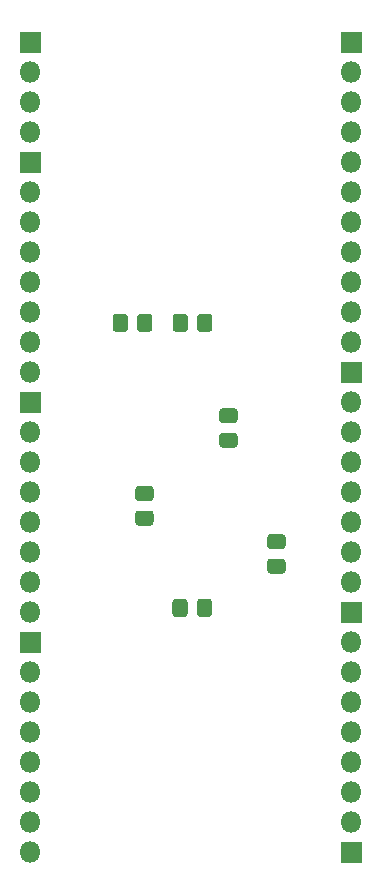
<source format=gbr>
G04 #@! TF.GenerationSoftware,KiCad,Pcbnew,5.1.7-a382d34a8~87~ubuntu20.04.1*
G04 #@! TF.CreationDate,2020-10-24T08:36:22+02:00*
G04 #@! TF.ProjectId,xmega_adapter_board,786d6567-615f-4616-9461-707465725f62,1.2.1*
G04 #@! TF.SameCoordinates,Original*
G04 #@! TF.FileFunction,Soldermask,Bot*
G04 #@! TF.FilePolarity,Negative*
%FSLAX46Y46*%
G04 Gerber Fmt 4.6, Leading zero omitted, Abs format (unit mm)*
G04 Created by KiCad (PCBNEW 5.1.7-a382d34a8~87~ubuntu20.04.1) date 2020-10-24 08:36:22*
%MOMM*%
%LPD*%
G01*
G04 APERTURE LIST*
%ADD10O,1.802000X1.802000*%
G04 APERTURE END LIST*
G36*
G01*
X197004000Y-90674298D02*
X197004000Y-89665702D01*
G75*
G02*
X197275702Y-89394000I271702J0D01*
G01*
X198009298Y-89394000D01*
G75*
G02*
X198281000Y-89665702I0J-271702D01*
G01*
X198281000Y-90674298D01*
G75*
G02*
X198009298Y-90946000I-271702J0D01*
G01*
X197275702Y-90946000D01*
G75*
G02*
X197004000Y-90674298I0J271702D01*
G01*
G37*
G36*
G01*
X194929000Y-90674298D02*
X194929000Y-89665702D01*
G75*
G02*
X195200702Y-89394000I271702J0D01*
G01*
X195934298Y-89394000D01*
G75*
G02*
X196206000Y-89665702I0J-271702D01*
G01*
X196206000Y-90674298D01*
G75*
G02*
X195934298Y-90946000I-271702J0D01*
G01*
X195200702Y-90946000D01*
G75*
G02*
X194929000Y-90674298I0J271702D01*
G01*
G37*
G36*
G01*
X201286000Y-89665702D02*
X201286000Y-90674298D01*
G75*
G02*
X201014298Y-90946000I-271702J0D01*
G01*
X200280702Y-90946000D01*
G75*
G02*
X200009000Y-90674298I0J271702D01*
G01*
X200009000Y-89665702D01*
G75*
G02*
X200280702Y-89394000I271702J0D01*
G01*
X201014298Y-89394000D01*
G75*
G02*
X201286000Y-89665702I0J-271702D01*
G01*
G37*
G36*
G01*
X203361000Y-89665702D02*
X203361000Y-90674298D01*
G75*
G02*
X203089298Y-90946000I-271702J0D01*
G01*
X202355702Y-90946000D01*
G75*
G02*
X202084000Y-90674298I0J271702D01*
G01*
X202084000Y-89665702D01*
G75*
G02*
X202355702Y-89394000I271702J0D01*
G01*
X203089298Y-89394000D01*
G75*
G02*
X203361000Y-89665702I0J-271702D01*
G01*
G37*
G36*
G01*
X205228298Y-98670000D02*
X204219702Y-98670000D01*
G75*
G02*
X203948000Y-98398298I0J271702D01*
G01*
X203948000Y-97664702D01*
G75*
G02*
X204219702Y-97393000I271702J0D01*
G01*
X205228298Y-97393000D01*
G75*
G02*
X205500000Y-97664702I0J-271702D01*
G01*
X205500000Y-98398298D01*
G75*
G02*
X205228298Y-98670000I-271702J0D01*
G01*
G37*
G36*
G01*
X205228298Y-100745000D02*
X204219702Y-100745000D01*
G75*
G02*
X203948000Y-100473298I0J271702D01*
G01*
X203948000Y-99739702D01*
G75*
G02*
X204219702Y-99468000I271702J0D01*
G01*
X205228298Y-99468000D01*
G75*
G02*
X205500000Y-99739702I0J-271702D01*
G01*
X205500000Y-100473298D01*
G75*
G02*
X205228298Y-100745000I-271702J0D01*
G01*
G37*
G36*
G01*
X209292298Y-109329000D02*
X208283702Y-109329000D01*
G75*
G02*
X208012000Y-109057298I0J271702D01*
G01*
X208012000Y-108323702D01*
G75*
G02*
X208283702Y-108052000I271702J0D01*
G01*
X209292298Y-108052000D01*
G75*
G02*
X209564000Y-108323702I0J-271702D01*
G01*
X209564000Y-109057298D01*
G75*
G02*
X209292298Y-109329000I-271702J0D01*
G01*
G37*
G36*
G01*
X209292298Y-111404000D02*
X208283702Y-111404000D01*
G75*
G02*
X208012000Y-111132298I0J271702D01*
G01*
X208012000Y-110398702D01*
G75*
G02*
X208283702Y-110127000I271702J0D01*
G01*
X209292298Y-110127000D01*
G75*
G02*
X209564000Y-110398702I0J-271702D01*
G01*
X209564000Y-111132298D01*
G75*
G02*
X209292298Y-111404000I-271702J0D01*
G01*
G37*
G36*
G01*
X201268000Y-113795702D02*
X201268000Y-114804298D01*
G75*
G02*
X200996298Y-115076000I-271702J0D01*
G01*
X200262702Y-115076000D01*
G75*
G02*
X199991000Y-114804298I0J271702D01*
G01*
X199991000Y-113795702D01*
G75*
G02*
X200262702Y-113524000I271702J0D01*
G01*
X200996298Y-113524000D01*
G75*
G02*
X201268000Y-113795702I0J-271702D01*
G01*
G37*
G36*
G01*
X203343000Y-113795702D02*
X203343000Y-114804298D01*
G75*
G02*
X203071298Y-115076000I-271702J0D01*
G01*
X202337702Y-115076000D01*
G75*
G02*
X202066000Y-114804298I0J271702D01*
G01*
X202066000Y-113795702D01*
G75*
G02*
X202337702Y-113524000I271702J0D01*
G01*
X203071298Y-113524000D01*
G75*
G02*
X203343000Y-113795702I0J-271702D01*
G01*
G37*
G36*
G01*
X198116298Y-105256000D02*
X197107702Y-105256000D01*
G75*
G02*
X196836000Y-104984298I0J271702D01*
G01*
X196836000Y-104250702D01*
G75*
G02*
X197107702Y-103979000I271702J0D01*
G01*
X198116298Y-103979000D01*
G75*
G02*
X198388000Y-104250702I0J-271702D01*
G01*
X198388000Y-104984298D01*
G75*
G02*
X198116298Y-105256000I-271702J0D01*
G01*
G37*
G36*
G01*
X198116298Y-107331000D02*
X197107702Y-107331000D01*
G75*
G02*
X196836000Y-107059298I0J271702D01*
G01*
X196836000Y-106325702D01*
G75*
G02*
X197107702Y-106054000I271702J0D01*
G01*
X198116298Y-106054000D01*
G75*
G02*
X198388000Y-106325702I0J-271702D01*
G01*
X198388000Y-107059298D01*
G75*
G02*
X198116298Y-107331000I-271702J0D01*
G01*
G37*
D10*
X215138000Y-74041000D03*
X215138000Y-71501000D03*
X215138000Y-68961000D03*
G36*
G01*
X216039000Y-65571000D02*
X216039000Y-67271000D01*
G75*
G02*
X215988000Y-67322000I-51000J0D01*
G01*
X214288000Y-67322000D01*
G75*
G02*
X214237000Y-67271000I0J51000D01*
G01*
X214237000Y-65571000D01*
G75*
G02*
X214288000Y-65520000I51000J0D01*
G01*
X215988000Y-65520000D01*
G75*
G02*
X216039000Y-65571000I0J-51000D01*
G01*
G37*
X187960000Y-74041000D03*
X187960000Y-71501000D03*
X187960000Y-68961000D03*
G36*
G01*
X188861000Y-65571000D02*
X188861000Y-67271000D01*
G75*
G02*
X188810000Y-67322000I-51000J0D01*
G01*
X187110000Y-67322000D01*
G75*
G02*
X187059000Y-67271000I0J51000D01*
G01*
X187059000Y-65571000D01*
G75*
G02*
X187110000Y-65520000I51000J0D01*
G01*
X188810000Y-65520000D01*
G75*
G02*
X188861000Y-65571000I0J-51000D01*
G01*
G37*
G36*
G01*
X188861000Y-75731000D02*
X188861000Y-77431000D01*
G75*
G02*
X188810000Y-77482000I-51000J0D01*
G01*
X187110000Y-77482000D01*
G75*
G02*
X187059000Y-77431000I0J51000D01*
G01*
X187059000Y-75731000D01*
G75*
G02*
X187110000Y-75680000I51000J0D01*
G01*
X188810000Y-75680000D01*
G75*
G02*
X188861000Y-75731000I0J-51000D01*
G01*
G37*
X187960000Y-79121000D03*
X187960000Y-81661000D03*
X187960000Y-84201000D03*
X187960000Y-86741000D03*
X187960000Y-89281000D03*
X187960000Y-91821000D03*
X187960000Y-94361000D03*
X187960000Y-114681000D03*
X187960000Y-112141000D03*
X187960000Y-109601000D03*
X187960000Y-107061000D03*
X187960000Y-104521000D03*
X187960000Y-101981000D03*
X187960000Y-99441000D03*
G36*
G01*
X188861000Y-96051000D02*
X188861000Y-97751000D01*
G75*
G02*
X188810000Y-97802000I-51000J0D01*
G01*
X187110000Y-97802000D01*
G75*
G02*
X187059000Y-97751000I0J51000D01*
G01*
X187059000Y-96051000D01*
G75*
G02*
X187110000Y-96000000I51000J0D01*
G01*
X188810000Y-96000000D01*
G75*
G02*
X188861000Y-96051000I0J-51000D01*
G01*
G37*
G36*
G01*
X188861000Y-116371000D02*
X188861000Y-118071000D01*
G75*
G02*
X188810000Y-118122000I-51000J0D01*
G01*
X187110000Y-118122000D01*
G75*
G02*
X187059000Y-118071000I0J51000D01*
G01*
X187059000Y-116371000D01*
G75*
G02*
X187110000Y-116320000I51000J0D01*
G01*
X188810000Y-116320000D01*
G75*
G02*
X188861000Y-116371000I0J-51000D01*
G01*
G37*
X187960000Y-119761000D03*
X187960000Y-122301000D03*
X187960000Y-124841000D03*
X187960000Y-127381000D03*
X187960000Y-129921000D03*
X187960000Y-132461000D03*
X187960000Y-135001000D03*
X215138000Y-117221000D03*
X215138000Y-119761000D03*
X215138000Y-122301000D03*
X215138000Y-124841000D03*
X215138000Y-127381000D03*
X215138000Y-129921000D03*
X215138000Y-132461000D03*
G36*
G01*
X214237000Y-135851000D02*
X214237000Y-134151000D01*
G75*
G02*
X214288000Y-134100000I51000J0D01*
G01*
X215988000Y-134100000D01*
G75*
G02*
X216039000Y-134151000I0J-51000D01*
G01*
X216039000Y-135851000D01*
G75*
G02*
X215988000Y-135902000I-51000J0D01*
G01*
X214288000Y-135902000D01*
G75*
G02*
X214237000Y-135851000I0J51000D01*
G01*
G37*
G36*
G01*
X214237000Y-115531000D02*
X214237000Y-113831000D01*
G75*
G02*
X214288000Y-113780000I51000J0D01*
G01*
X215988000Y-113780000D01*
G75*
G02*
X216039000Y-113831000I0J-51000D01*
G01*
X216039000Y-115531000D01*
G75*
G02*
X215988000Y-115582000I-51000J0D01*
G01*
X214288000Y-115582000D01*
G75*
G02*
X214237000Y-115531000I0J51000D01*
G01*
G37*
X215138000Y-112141000D03*
X215138000Y-109601000D03*
X215138000Y-107061000D03*
X215138000Y-104521000D03*
X215138000Y-101981000D03*
X215138000Y-99441000D03*
X215138000Y-96901000D03*
X215138000Y-76581000D03*
X215138000Y-79121000D03*
X215138000Y-81661000D03*
X215138000Y-84201000D03*
X215138000Y-86741000D03*
X215138000Y-89281000D03*
X215138000Y-91821000D03*
G36*
G01*
X214237000Y-95211000D02*
X214237000Y-93511000D01*
G75*
G02*
X214288000Y-93460000I51000J0D01*
G01*
X215988000Y-93460000D01*
G75*
G02*
X216039000Y-93511000I0J-51000D01*
G01*
X216039000Y-95211000D01*
G75*
G02*
X215988000Y-95262000I-51000J0D01*
G01*
X214288000Y-95262000D01*
G75*
G02*
X214237000Y-95211000I0J51000D01*
G01*
G37*
M02*

</source>
